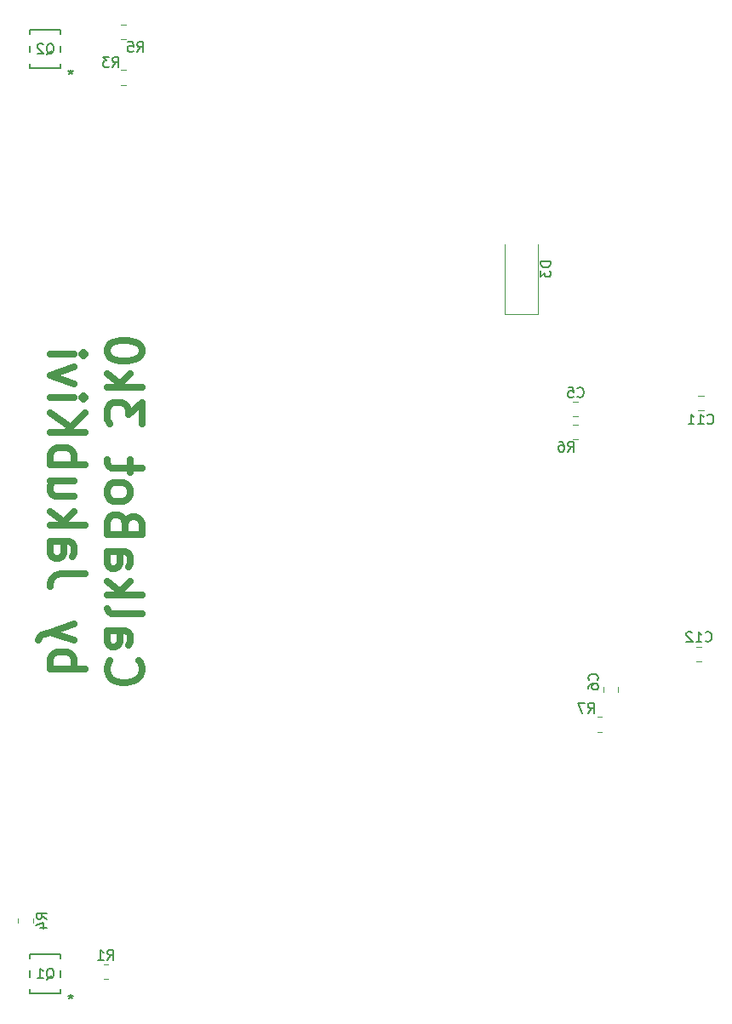
<source format=gbr>
%TF.GenerationSoftware,KiCad,Pcbnew,8.0.2*%
%TF.CreationDate,2024-10-27T19:27:45+01:00*%
%TF.ProjectId,CalkaBot_PCB,43616c6b-6142-46f7-945f-5043422e6b69,rev?*%
%TF.SameCoordinates,Original*%
%TF.FileFunction,Legend,Bot*%
%TF.FilePolarity,Positive*%
%FSLAX46Y46*%
G04 Gerber Fmt 4.6, Leading zero omitted, Abs format (unit mm)*
G04 Created by KiCad (PCBNEW 8.0.2) date 2024-10-27 19:27:45*
%MOMM*%
%LPD*%
G01*
G04 APERTURE LIST*
%ADD10C,0.700000*%
%ADD11C,0.150000*%
%ADD12C,0.152400*%
%ADD13C,0.120000*%
G04 APERTURE END LIST*
D10*
X30432869Y-82833332D02*
X30266203Y-82999999D01*
X30266203Y-82999999D02*
X30099536Y-83499999D01*
X30099536Y-83499999D02*
X30099536Y-83833332D01*
X30099536Y-83833332D02*
X30266203Y-84333332D01*
X30266203Y-84333332D02*
X30599536Y-84666666D01*
X30599536Y-84666666D02*
X30932869Y-84833332D01*
X30932869Y-84833332D02*
X31599536Y-84999999D01*
X31599536Y-84999999D02*
X32099536Y-84999999D01*
X32099536Y-84999999D02*
X32766203Y-84833332D01*
X32766203Y-84833332D02*
X33099536Y-84666666D01*
X33099536Y-84666666D02*
X33432869Y-84333332D01*
X33432869Y-84333332D02*
X33599536Y-83833332D01*
X33599536Y-83833332D02*
X33599536Y-83499999D01*
X33599536Y-83499999D02*
X33432869Y-82999999D01*
X33432869Y-82999999D02*
X33266203Y-82833332D01*
X30099536Y-79833332D02*
X31932869Y-79833332D01*
X31932869Y-79833332D02*
X32266203Y-79999999D01*
X32266203Y-79999999D02*
X32432869Y-80333332D01*
X32432869Y-80333332D02*
X32432869Y-80999999D01*
X32432869Y-80999999D02*
X32266203Y-81333332D01*
X30266203Y-79833332D02*
X30099536Y-80166666D01*
X30099536Y-80166666D02*
X30099536Y-80999999D01*
X30099536Y-80999999D02*
X30266203Y-81333332D01*
X30266203Y-81333332D02*
X30599536Y-81499999D01*
X30599536Y-81499999D02*
X30932869Y-81499999D01*
X30932869Y-81499999D02*
X31266203Y-81333332D01*
X31266203Y-81333332D02*
X31432869Y-80999999D01*
X31432869Y-80999999D02*
X31432869Y-80166666D01*
X31432869Y-80166666D02*
X31599536Y-79833332D01*
X30099536Y-77666665D02*
X30266203Y-77999999D01*
X30266203Y-77999999D02*
X30599536Y-78166665D01*
X30599536Y-78166665D02*
X33599536Y-78166665D01*
X30099536Y-76333332D02*
X33599536Y-76333332D01*
X31432869Y-75999999D02*
X30099536Y-74999999D01*
X32432869Y-74999999D02*
X31099536Y-76333332D01*
X30099536Y-71999999D02*
X31932869Y-71999999D01*
X31932869Y-71999999D02*
X32266203Y-72166666D01*
X32266203Y-72166666D02*
X32432869Y-72499999D01*
X32432869Y-72499999D02*
X32432869Y-73166666D01*
X32432869Y-73166666D02*
X32266203Y-73499999D01*
X30266203Y-71999999D02*
X30099536Y-72333333D01*
X30099536Y-72333333D02*
X30099536Y-73166666D01*
X30099536Y-73166666D02*
X30266203Y-73499999D01*
X30266203Y-73499999D02*
X30599536Y-73666666D01*
X30599536Y-73666666D02*
X30932869Y-73666666D01*
X30932869Y-73666666D02*
X31266203Y-73499999D01*
X31266203Y-73499999D02*
X31432869Y-73166666D01*
X31432869Y-73166666D02*
X31432869Y-72333333D01*
X31432869Y-72333333D02*
X31599536Y-71999999D01*
X31932869Y-69166666D02*
X31766203Y-68666666D01*
X31766203Y-68666666D02*
X31599536Y-68499999D01*
X31599536Y-68499999D02*
X31266203Y-68333332D01*
X31266203Y-68333332D02*
X30766203Y-68333332D01*
X30766203Y-68333332D02*
X30432869Y-68499999D01*
X30432869Y-68499999D02*
X30266203Y-68666666D01*
X30266203Y-68666666D02*
X30099536Y-68999999D01*
X30099536Y-68999999D02*
X30099536Y-70333332D01*
X30099536Y-70333332D02*
X33599536Y-70333332D01*
X33599536Y-70333332D02*
X33599536Y-69166666D01*
X33599536Y-69166666D02*
X33432869Y-68833332D01*
X33432869Y-68833332D02*
X33266203Y-68666666D01*
X33266203Y-68666666D02*
X32932869Y-68499999D01*
X32932869Y-68499999D02*
X32599536Y-68499999D01*
X32599536Y-68499999D02*
X32266203Y-68666666D01*
X32266203Y-68666666D02*
X32099536Y-68833332D01*
X32099536Y-68833332D02*
X31932869Y-69166666D01*
X31932869Y-69166666D02*
X31932869Y-70333332D01*
X30099536Y-66333332D02*
X30266203Y-66666666D01*
X30266203Y-66666666D02*
X30432869Y-66833332D01*
X30432869Y-66833332D02*
X30766203Y-66999999D01*
X30766203Y-66999999D02*
X31766203Y-66999999D01*
X31766203Y-66999999D02*
X32099536Y-66833332D01*
X32099536Y-66833332D02*
X32266203Y-66666666D01*
X32266203Y-66666666D02*
X32432869Y-66333332D01*
X32432869Y-66333332D02*
X32432869Y-65833332D01*
X32432869Y-65833332D02*
X32266203Y-65499999D01*
X32266203Y-65499999D02*
X32099536Y-65333332D01*
X32099536Y-65333332D02*
X31766203Y-65166666D01*
X31766203Y-65166666D02*
X30766203Y-65166666D01*
X30766203Y-65166666D02*
X30432869Y-65333332D01*
X30432869Y-65333332D02*
X30266203Y-65499999D01*
X30266203Y-65499999D02*
X30099536Y-65833332D01*
X30099536Y-65833332D02*
X30099536Y-66333332D01*
X32432869Y-64166665D02*
X32432869Y-62833332D01*
X33599536Y-63666665D02*
X30599536Y-63666665D01*
X30599536Y-63666665D02*
X30266203Y-63499999D01*
X30266203Y-63499999D02*
X30099536Y-63166665D01*
X30099536Y-63166665D02*
X30099536Y-62833332D01*
X33599536Y-59333332D02*
X33599536Y-57166665D01*
X33599536Y-57166665D02*
X32266203Y-58333332D01*
X32266203Y-58333332D02*
X32266203Y-57833332D01*
X32266203Y-57833332D02*
X32099536Y-57499998D01*
X32099536Y-57499998D02*
X31932869Y-57333332D01*
X31932869Y-57333332D02*
X31599536Y-57166665D01*
X31599536Y-57166665D02*
X30766203Y-57166665D01*
X30766203Y-57166665D02*
X30432869Y-57333332D01*
X30432869Y-57333332D02*
X30266203Y-57499998D01*
X30266203Y-57499998D02*
X30099536Y-57833332D01*
X30099536Y-57833332D02*
X30099536Y-58833332D01*
X30099536Y-58833332D02*
X30266203Y-59166665D01*
X30266203Y-59166665D02*
X30432869Y-59333332D01*
X30099536Y-55666665D02*
X33599536Y-55666665D01*
X31432869Y-55333332D02*
X30099536Y-54333332D01*
X32432869Y-54333332D02*
X31099536Y-55666665D01*
X33599536Y-52166666D02*
X33599536Y-51833332D01*
X33599536Y-51833332D02*
X33432869Y-51499999D01*
X33432869Y-51499999D02*
X33266203Y-51333332D01*
X33266203Y-51333332D02*
X32932869Y-51166666D01*
X32932869Y-51166666D02*
X32266203Y-50999999D01*
X32266203Y-50999999D02*
X31432869Y-50999999D01*
X31432869Y-50999999D02*
X30766203Y-51166666D01*
X30766203Y-51166666D02*
X30432869Y-51333332D01*
X30432869Y-51333332D02*
X30266203Y-51499999D01*
X30266203Y-51499999D02*
X30099536Y-51833332D01*
X30099536Y-51833332D02*
X30099536Y-52166666D01*
X30099536Y-52166666D02*
X30266203Y-52499999D01*
X30266203Y-52499999D02*
X30432869Y-52666666D01*
X30432869Y-52666666D02*
X30766203Y-52833332D01*
X30766203Y-52833332D02*
X31432869Y-52999999D01*
X31432869Y-52999999D02*
X32266203Y-52999999D01*
X32266203Y-52999999D02*
X32932869Y-52833332D01*
X32932869Y-52833332D02*
X33266203Y-52666666D01*
X33266203Y-52666666D02*
X33432869Y-52499999D01*
X33432869Y-52499999D02*
X33599536Y-52166666D01*
X24464732Y-83666667D02*
X27964732Y-83666667D01*
X26631399Y-83666667D02*
X26798065Y-83333334D01*
X26798065Y-83333334D02*
X26798065Y-82666667D01*
X26798065Y-82666667D02*
X26631399Y-82333334D01*
X26631399Y-82333334D02*
X26464732Y-82166667D01*
X26464732Y-82166667D02*
X26131399Y-82000001D01*
X26131399Y-82000001D02*
X25131399Y-82000001D01*
X25131399Y-82000001D02*
X24798065Y-82166667D01*
X24798065Y-82166667D02*
X24631399Y-82333334D01*
X24631399Y-82333334D02*
X24464732Y-82666667D01*
X24464732Y-82666667D02*
X24464732Y-83333334D01*
X24464732Y-83333334D02*
X24631399Y-83666667D01*
X26798065Y-80833334D02*
X24464732Y-80000000D01*
X26798065Y-79166667D02*
X24464732Y-80000000D01*
X24464732Y-80000000D02*
X23631399Y-80333334D01*
X23631399Y-80333334D02*
X23464732Y-80500000D01*
X23464732Y-80500000D02*
X23298065Y-80833334D01*
X27964732Y-74166666D02*
X25464732Y-74166666D01*
X25464732Y-74166666D02*
X24964732Y-74333333D01*
X24964732Y-74333333D02*
X24631399Y-74666666D01*
X24631399Y-74666666D02*
X24464732Y-75166666D01*
X24464732Y-75166666D02*
X24464732Y-75500000D01*
X24464732Y-70999999D02*
X26298065Y-70999999D01*
X26298065Y-70999999D02*
X26631399Y-71166666D01*
X26631399Y-71166666D02*
X26798065Y-71499999D01*
X26798065Y-71499999D02*
X26798065Y-72166666D01*
X26798065Y-72166666D02*
X26631399Y-72499999D01*
X24631399Y-70999999D02*
X24464732Y-71333333D01*
X24464732Y-71333333D02*
X24464732Y-72166666D01*
X24464732Y-72166666D02*
X24631399Y-72499999D01*
X24631399Y-72499999D02*
X24964732Y-72666666D01*
X24964732Y-72666666D02*
X25298065Y-72666666D01*
X25298065Y-72666666D02*
X25631399Y-72499999D01*
X25631399Y-72499999D02*
X25798065Y-72166666D01*
X25798065Y-72166666D02*
X25798065Y-71333333D01*
X25798065Y-71333333D02*
X25964732Y-70999999D01*
X24464732Y-69333332D02*
X27964732Y-69333332D01*
X25798065Y-68999999D02*
X24464732Y-67999999D01*
X26798065Y-67999999D02*
X25464732Y-69333332D01*
X26798065Y-64999999D02*
X24464732Y-64999999D01*
X26798065Y-66499999D02*
X24964732Y-66499999D01*
X24964732Y-66499999D02*
X24631399Y-66333333D01*
X24631399Y-66333333D02*
X24464732Y-65999999D01*
X24464732Y-65999999D02*
X24464732Y-65499999D01*
X24464732Y-65499999D02*
X24631399Y-65166666D01*
X24631399Y-65166666D02*
X24798065Y-64999999D01*
X24464732Y-63333332D02*
X27964732Y-63333332D01*
X26631399Y-63333332D02*
X26798065Y-62999999D01*
X26798065Y-62999999D02*
X26798065Y-62333332D01*
X26798065Y-62333332D02*
X26631399Y-61999999D01*
X26631399Y-61999999D02*
X26464732Y-61833332D01*
X26464732Y-61833332D02*
X26131399Y-61666666D01*
X26131399Y-61666666D02*
X25131399Y-61666666D01*
X25131399Y-61666666D02*
X24798065Y-61833332D01*
X24798065Y-61833332D02*
X24631399Y-61999999D01*
X24631399Y-61999999D02*
X24464732Y-62333332D01*
X24464732Y-62333332D02*
X24464732Y-62999999D01*
X24464732Y-62999999D02*
X24631399Y-63333332D01*
X24464732Y-60166665D02*
X27964732Y-60166665D01*
X24464732Y-58166665D02*
X26464732Y-59666665D01*
X27964732Y-58166665D02*
X25964732Y-60166665D01*
X24464732Y-56666665D02*
X26798065Y-56666665D01*
X27964732Y-56666665D02*
X27798065Y-56833332D01*
X27798065Y-56833332D02*
X27631399Y-56666665D01*
X27631399Y-56666665D02*
X27798065Y-56499999D01*
X27798065Y-56499999D02*
X27964732Y-56666665D01*
X27964732Y-56666665D02*
X27631399Y-56666665D01*
X26798065Y-55333332D02*
X24464732Y-54499998D01*
X24464732Y-54499998D02*
X26798065Y-53666665D01*
X24464732Y-52333331D02*
X26798065Y-52333331D01*
X27964732Y-52333331D02*
X27798065Y-52499998D01*
X27798065Y-52499998D02*
X27631399Y-52333331D01*
X27631399Y-52333331D02*
X27798065Y-52166665D01*
X27798065Y-52166665D02*
X27964732Y-52333331D01*
X27964732Y-52333331D02*
X27631399Y-52333331D01*
D11*
X24095238Y-22550057D02*
X24190476Y-22502438D01*
X24190476Y-22502438D02*
X24285714Y-22407200D01*
X24285714Y-22407200D02*
X24428571Y-22264342D01*
X24428571Y-22264342D02*
X24523809Y-22216723D01*
X24523809Y-22216723D02*
X24619047Y-22216723D01*
X24571428Y-22454819D02*
X24666666Y-22407200D01*
X24666666Y-22407200D02*
X24761904Y-22311961D01*
X24761904Y-22311961D02*
X24809523Y-22121485D01*
X24809523Y-22121485D02*
X24809523Y-21788152D01*
X24809523Y-21788152D02*
X24761904Y-21597676D01*
X24761904Y-21597676D02*
X24666666Y-21502438D01*
X24666666Y-21502438D02*
X24571428Y-21454819D01*
X24571428Y-21454819D02*
X24380952Y-21454819D01*
X24380952Y-21454819D02*
X24285714Y-21502438D01*
X24285714Y-21502438D02*
X24190476Y-21597676D01*
X24190476Y-21597676D02*
X24142857Y-21788152D01*
X24142857Y-21788152D02*
X24142857Y-22121485D01*
X24142857Y-22121485D02*
X24190476Y-22311961D01*
X24190476Y-22311961D02*
X24285714Y-22407200D01*
X24285714Y-22407200D02*
X24380952Y-22454819D01*
X24380952Y-22454819D02*
X24571428Y-22454819D01*
X23761904Y-21550057D02*
X23714285Y-21502438D01*
X23714285Y-21502438D02*
X23619047Y-21454819D01*
X23619047Y-21454819D02*
X23380952Y-21454819D01*
X23380952Y-21454819D02*
X23285714Y-21502438D01*
X23285714Y-21502438D02*
X23238095Y-21550057D01*
X23238095Y-21550057D02*
X23190476Y-21645295D01*
X23190476Y-21645295D02*
X23190476Y-21740533D01*
X23190476Y-21740533D02*
X23238095Y-21883390D01*
X23238095Y-21883390D02*
X23809523Y-22454819D01*
X23809523Y-22454819D02*
X23190476Y-22454819D01*
X26501899Y-24058319D02*
X26501899Y-24296414D01*
X26739994Y-24201176D02*
X26501899Y-24296414D01*
X26501899Y-24296414D02*
X26263804Y-24201176D01*
X26644756Y-24486890D02*
X26501899Y-24296414D01*
X26501899Y-24296414D02*
X26359042Y-24486890D01*
X26501899Y-24058319D02*
X26501899Y-24296414D01*
X26739994Y-24201176D02*
X26501899Y-24296414D01*
X26501899Y-24296414D02*
X26263804Y-24201176D01*
X26644756Y-24486890D02*
X26501899Y-24296414D01*
X26501899Y-24296414D02*
X26359042Y-24486890D01*
X33116666Y-22304819D02*
X33449999Y-21828628D01*
X33688094Y-22304819D02*
X33688094Y-21304819D01*
X33688094Y-21304819D02*
X33307142Y-21304819D01*
X33307142Y-21304819D02*
X33211904Y-21352438D01*
X33211904Y-21352438D02*
X33164285Y-21400057D01*
X33164285Y-21400057D02*
X33116666Y-21495295D01*
X33116666Y-21495295D02*
X33116666Y-21638152D01*
X33116666Y-21638152D02*
X33164285Y-21733390D01*
X33164285Y-21733390D02*
X33211904Y-21781009D01*
X33211904Y-21781009D02*
X33307142Y-21828628D01*
X33307142Y-21828628D02*
X33688094Y-21828628D01*
X32211904Y-21304819D02*
X32688094Y-21304819D01*
X32688094Y-21304819D02*
X32735713Y-21781009D01*
X32735713Y-21781009D02*
X32688094Y-21733390D01*
X32688094Y-21733390D02*
X32592856Y-21685771D01*
X32592856Y-21685771D02*
X32354761Y-21685771D01*
X32354761Y-21685771D02*
X32259523Y-21733390D01*
X32259523Y-21733390D02*
X32211904Y-21781009D01*
X32211904Y-21781009D02*
X32164285Y-21876247D01*
X32164285Y-21876247D02*
X32164285Y-22114342D01*
X32164285Y-22114342D02*
X32211904Y-22209580D01*
X32211904Y-22209580D02*
X32259523Y-22257200D01*
X32259523Y-22257200D02*
X32354761Y-22304819D01*
X32354761Y-22304819D02*
X32592856Y-22304819D01*
X32592856Y-22304819D02*
X32688094Y-22257200D01*
X32688094Y-22257200D02*
X32735713Y-22209580D01*
X24104819Y-108533333D02*
X23628628Y-108200000D01*
X24104819Y-107961905D02*
X23104819Y-107961905D01*
X23104819Y-107961905D02*
X23104819Y-108342857D01*
X23104819Y-108342857D02*
X23152438Y-108438095D01*
X23152438Y-108438095D02*
X23200057Y-108485714D01*
X23200057Y-108485714D02*
X23295295Y-108533333D01*
X23295295Y-108533333D02*
X23438152Y-108533333D01*
X23438152Y-108533333D02*
X23533390Y-108485714D01*
X23533390Y-108485714D02*
X23581009Y-108438095D01*
X23581009Y-108438095D02*
X23628628Y-108342857D01*
X23628628Y-108342857D02*
X23628628Y-107961905D01*
X23438152Y-109390476D02*
X24104819Y-109390476D01*
X23057200Y-109152381D02*
X23771485Y-108914286D01*
X23771485Y-108914286D02*
X23771485Y-109533333D01*
X30666666Y-23804819D02*
X30999999Y-23328628D01*
X31238094Y-23804819D02*
X31238094Y-22804819D01*
X31238094Y-22804819D02*
X30857142Y-22804819D01*
X30857142Y-22804819D02*
X30761904Y-22852438D01*
X30761904Y-22852438D02*
X30714285Y-22900057D01*
X30714285Y-22900057D02*
X30666666Y-22995295D01*
X30666666Y-22995295D02*
X30666666Y-23138152D01*
X30666666Y-23138152D02*
X30714285Y-23233390D01*
X30714285Y-23233390D02*
X30761904Y-23281009D01*
X30761904Y-23281009D02*
X30857142Y-23328628D01*
X30857142Y-23328628D02*
X31238094Y-23328628D01*
X30333332Y-22804819D02*
X29714285Y-22804819D01*
X29714285Y-22804819D02*
X30047618Y-23185771D01*
X30047618Y-23185771D02*
X29904761Y-23185771D01*
X29904761Y-23185771D02*
X29809523Y-23233390D01*
X29809523Y-23233390D02*
X29761904Y-23281009D01*
X29761904Y-23281009D02*
X29714285Y-23376247D01*
X29714285Y-23376247D02*
X29714285Y-23614342D01*
X29714285Y-23614342D02*
X29761904Y-23709580D01*
X29761904Y-23709580D02*
X29809523Y-23757200D01*
X29809523Y-23757200D02*
X29904761Y-23804819D01*
X29904761Y-23804819D02*
X30190475Y-23804819D01*
X30190475Y-23804819D02*
X30285713Y-23757200D01*
X30285713Y-23757200D02*
X30333332Y-23709580D01*
X30166666Y-112604819D02*
X30499999Y-112128628D01*
X30738094Y-112604819D02*
X30738094Y-111604819D01*
X30738094Y-111604819D02*
X30357142Y-111604819D01*
X30357142Y-111604819D02*
X30261904Y-111652438D01*
X30261904Y-111652438D02*
X30214285Y-111700057D01*
X30214285Y-111700057D02*
X30166666Y-111795295D01*
X30166666Y-111795295D02*
X30166666Y-111938152D01*
X30166666Y-111938152D02*
X30214285Y-112033390D01*
X30214285Y-112033390D02*
X30261904Y-112081009D01*
X30261904Y-112081009D02*
X30357142Y-112128628D01*
X30357142Y-112128628D02*
X30738094Y-112128628D01*
X29214285Y-112604819D02*
X29785713Y-112604819D01*
X29499999Y-112604819D02*
X29499999Y-111604819D01*
X29499999Y-111604819D02*
X29595237Y-111747676D01*
X29595237Y-111747676D02*
X29690475Y-111842914D01*
X29690475Y-111842914D02*
X29785713Y-111890533D01*
X24095238Y-114550057D02*
X24190476Y-114502438D01*
X24190476Y-114502438D02*
X24285714Y-114407200D01*
X24285714Y-114407200D02*
X24428571Y-114264342D01*
X24428571Y-114264342D02*
X24523809Y-114216723D01*
X24523809Y-114216723D02*
X24619047Y-114216723D01*
X24571428Y-114454819D02*
X24666666Y-114407200D01*
X24666666Y-114407200D02*
X24761904Y-114311961D01*
X24761904Y-114311961D02*
X24809523Y-114121485D01*
X24809523Y-114121485D02*
X24809523Y-113788152D01*
X24809523Y-113788152D02*
X24761904Y-113597676D01*
X24761904Y-113597676D02*
X24666666Y-113502438D01*
X24666666Y-113502438D02*
X24571428Y-113454819D01*
X24571428Y-113454819D02*
X24380952Y-113454819D01*
X24380952Y-113454819D02*
X24285714Y-113502438D01*
X24285714Y-113502438D02*
X24190476Y-113597676D01*
X24190476Y-113597676D02*
X24142857Y-113788152D01*
X24142857Y-113788152D02*
X24142857Y-114121485D01*
X24142857Y-114121485D02*
X24190476Y-114311961D01*
X24190476Y-114311961D02*
X24285714Y-114407200D01*
X24285714Y-114407200D02*
X24380952Y-114454819D01*
X24380952Y-114454819D02*
X24571428Y-114454819D01*
X23190476Y-114454819D02*
X23761904Y-114454819D01*
X23476190Y-114454819D02*
X23476190Y-113454819D01*
X23476190Y-113454819D02*
X23571428Y-113597676D01*
X23571428Y-113597676D02*
X23666666Y-113692914D01*
X23666666Y-113692914D02*
X23761904Y-113740533D01*
X26501899Y-116058319D02*
X26501899Y-116296414D01*
X26739994Y-116201176D02*
X26501899Y-116296414D01*
X26501899Y-116296414D02*
X26263804Y-116201176D01*
X26644756Y-116486890D02*
X26501899Y-116296414D01*
X26501899Y-116296414D02*
X26359042Y-116486890D01*
X26501899Y-116058319D02*
X26501899Y-116296414D01*
X26739994Y-116201176D02*
X26501899Y-116296414D01*
X26501899Y-116296414D02*
X26263804Y-116201176D01*
X26644756Y-116486890D02*
X26501899Y-116296414D01*
X26501899Y-116296414D02*
X26359042Y-116486890D01*
X77966666Y-88054819D02*
X78299999Y-87578628D01*
X78538094Y-88054819D02*
X78538094Y-87054819D01*
X78538094Y-87054819D02*
X78157142Y-87054819D01*
X78157142Y-87054819D02*
X78061904Y-87102438D01*
X78061904Y-87102438D02*
X78014285Y-87150057D01*
X78014285Y-87150057D02*
X77966666Y-87245295D01*
X77966666Y-87245295D02*
X77966666Y-87388152D01*
X77966666Y-87388152D02*
X78014285Y-87483390D01*
X78014285Y-87483390D02*
X78061904Y-87531009D01*
X78061904Y-87531009D02*
X78157142Y-87578628D01*
X78157142Y-87578628D02*
X78538094Y-87578628D01*
X77633332Y-87054819D02*
X76966666Y-87054819D01*
X76966666Y-87054819D02*
X77395237Y-88054819D01*
X75966666Y-62054819D02*
X76299999Y-61578628D01*
X76538094Y-62054819D02*
X76538094Y-61054819D01*
X76538094Y-61054819D02*
X76157142Y-61054819D01*
X76157142Y-61054819D02*
X76061904Y-61102438D01*
X76061904Y-61102438D02*
X76014285Y-61150057D01*
X76014285Y-61150057D02*
X75966666Y-61245295D01*
X75966666Y-61245295D02*
X75966666Y-61388152D01*
X75966666Y-61388152D02*
X76014285Y-61483390D01*
X76014285Y-61483390D02*
X76061904Y-61531009D01*
X76061904Y-61531009D02*
X76157142Y-61578628D01*
X76157142Y-61578628D02*
X76538094Y-61578628D01*
X75109523Y-61054819D02*
X75299999Y-61054819D01*
X75299999Y-61054819D02*
X75395237Y-61102438D01*
X75395237Y-61102438D02*
X75442856Y-61150057D01*
X75442856Y-61150057D02*
X75538094Y-61292914D01*
X75538094Y-61292914D02*
X75585713Y-61483390D01*
X75585713Y-61483390D02*
X75585713Y-61864342D01*
X75585713Y-61864342D02*
X75538094Y-61959580D01*
X75538094Y-61959580D02*
X75490475Y-62007200D01*
X75490475Y-62007200D02*
X75395237Y-62054819D01*
X75395237Y-62054819D02*
X75204761Y-62054819D01*
X75204761Y-62054819D02*
X75109523Y-62007200D01*
X75109523Y-62007200D02*
X75061904Y-61959580D01*
X75061904Y-61959580D02*
X75014285Y-61864342D01*
X75014285Y-61864342D02*
X75014285Y-61626247D01*
X75014285Y-61626247D02*
X75061904Y-61531009D01*
X75061904Y-61531009D02*
X75109523Y-61483390D01*
X75109523Y-61483390D02*
X75204761Y-61435771D01*
X75204761Y-61435771D02*
X75395237Y-61435771D01*
X75395237Y-61435771D02*
X75490475Y-61483390D01*
X75490475Y-61483390D02*
X75538094Y-61531009D01*
X75538094Y-61531009D02*
X75585713Y-61626247D01*
X78879580Y-84783333D02*
X78927200Y-84735714D01*
X78927200Y-84735714D02*
X78974819Y-84592857D01*
X78974819Y-84592857D02*
X78974819Y-84497619D01*
X78974819Y-84497619D02*
X78927200Y-84354762D01*
X78927200Y-84354762D02*
X78831961Y-84259524D01*
X78831961Y-84259524D02*
X78736723Y-84211905D01*
X78736723Y-84211905D02*
X78546247Y-84164286D01*
X78546247Y-84164286D02*
X78403390Y-84164286D01*
X78403390Y-84164286D02*
X78212914Y-84211905D01*
X78212914Y-84211905D02*
X78117676Y-84259524D01*
X78117676Y-84259524D02*
X78022438Y-84354762D01*
X78022438Y-84354762D02*
X77974819Y-84497619D01*
X77974819Y-84497619D02*
X77974819Y-84592857D01*
X77974819Y-84592857D02*
X78022438Y-84735714D01*
X78022438Y-84735714D02*
X78070057Y-84783333D01*
X77974819Y-85640476D02*
X77974819Y-85450000D01*
X77974819Y-85450000D02*
X78022438Y-85354762D01*
X78022438Y-85354762D02*
X78070057Y-85307143D01*
X78070057Y-85307143D02*
X78212914Y-85211905D01*
X78212914Y-85211905D02*
X78403390Y-85164286D01*
X78403390Y-85164286D02*
X78784342Y-85164286D01*
X78784342Y-85164286D02*
X78879580Y-85211905D01*
X78879580Y-85211905D02*
X78927200Y-85259524D01*
X78927200Y-85259524D02*
X78974819Y-85354762D01*
X78974819Y-85354762D02*
X78974819Y-85545238D01*
X78974819Y-85545238D02*
X78927200Y-85640476D01*
X78927200Y-85640476D02*
X78879580Y-85688095D01*
X78879580Y-85688095D02*
X78784342Y-85735714D01*
X78784342Y-85735714D02*
X78546247Y-85735714D01*
X78546247Y-85735714D02*
X78451009Y-85688095D01*
X78451009Y-85688095D02*
X78403390Y-85640476D01*
X78403390Y-85640476D02*
X78355771Y-85545238D01*
X78355771Y-85545238D02*
X78355771Y-85354762D01*
X78355771Y-85354762D02*
X78403390Y-85259524D01*
X78403390Y-85259524D02*
X78451009Y-85211905D01*
X78451009Y-85211905D02*
X78546247Y-85164286D01*
X76916666Y-56559580D02*
X76964285Y-56607200D01*
X76964285Y-56607200D02*
X77107142Y-56654819D01*
X77107142Y-56654819D02*
X77202380Y-56654819D01*
X77202380Y-56654819D02*
X77345237Y-56607200D01*
X77345237Y-56607200D02*
X77440475Y-56511961D01*
X77440475Y-56511961D02*
X77488094Y-56416723D01*
X77488094Y-56416723D02*
X77535713Y-56226247D01*
X77535713Y-56226247D02*
X77535713Y-56083390D01*
X77535713Y-56083390D02*
X77488094Y-55892914D01*
X77488094Y-55892914D02*
X77440475Y-55797676D01*
X77440475Y-55797676D02*
X77345237Y-55702438D01*
X77345237Y-55702438D02*
X77202380Y-55654819D01*
X77202380Y-55654819D02*
X77107142Y-55654819D01*
X77107142Y-55654819D02*
X76964285Y-55702438D01*
X76964285Y-55702438D02*
X76916666Y-55750057D01*
X76011904Y-55654819D02*
X76488094Y-55654819D01*
X76488094Y-55654819D02*
X76535713Y-56131009D01*
X76535713Y-56131009D02*
X76488094Y-56083390D01*
X76488094Y-56083390D02*
X76392856Y-56035771D01*
X76392856Y-56035771D02*
X76154761Y-56035771D01*
X76154761Y-56035771D02*
X76059523Y-56083390D01*
X76059523Y-56083390D02*
X76011904Y-56131009D01*
X76011904Y-56131009D02*
X75964285Y-56226247D01*
X75964285Y-56226247D02*
X75964285Y-56464342D01*
X75964285Y-56464342D02*
X76011904Y-56559580D01*
X76011904Y-56559580D02*
X76059523Y-56607200D01*
X76059523Y-56607200D02*
X76154761Y-56654819D01*
X76154761Y-56654819D02*
X76392856Y-56654819D01*
X76392856Y-56654819D02*
X76488094Y-56607200D01*
X76488094Y-56607200D02*
X76535713Y-56559580D01*
X89842857Y-59239580D02*
X89890476Y-59287200D01*
X89890476Y-59287200D02*
X90033333Y-59334819D01*
X90033333Y-59334819D02*
X90128571Y-59334819D01*
X90128571Y-59334819D02*
X90271428Y-59287200D01*
X90271428Y-59287200D02*
X90366666Y-59191961D01*
X90366666Y-59191961D02*
X90414285Y-59096723D01*
X90414285Y-59096723D02*
X90461904Y-58906247D01*
X90461904Y-58906247D02*
X90461904Y-58763390D01*
X90461904Y-58763390D02*
X90414285Y-58572914D01*
X90414285Y-58572914D02*
X90366666Y-58477676D01*
X90366666Y-58477676D02*
X90271428Y-58382438D01*
X90271428Y-58382438D02*
X90128571Y-58334819D01*
X90128571Y-58334819D02*
X90033333Y-58334819D01*
X90033333Y-58334819D02*
X89890476Y-58382438D01*
X89890476Y-58382438D02*
X89842857Y-58430057D01*
X88890476Y-59334819D02*
X89461904Y-59334819D01*
X89176190Y-59334819D02*
X89176190Y-58334819D01*
X89176190Y-58334819D02*
X89271428Y-58477676D01*
X89271428Y-58477676D02*
X89366666Y-58572914D01*
X89366666Y-58572914D02*
X89461904Y-58620533D01*
X87938095Y-59334819D02*
X88509523Y-59334819D01*
X88223809Y-59334819D02*
X88223809Y-58334819D01*
X88223809Y-58334819D02*
X88319047Y-58477676D01*
X88319047Y-58477676D02*
X88414285Y-58572914D01*
X88414285Y-58572914D02*
X88509523Y-58620533D01*
X89642857Y-80879580D02*
X89690476Y-80927200D01*
X89690476Y-80927200D02*
X89833333Y-80974819D01*
X89833333Y-80974819D02*
X89928571Y-80974819D01*
X89928571Y-80974819D02*
X90071428Y-80927200D01*
X90071428Y-80927200D02*
X90166666Y-80831961D01*
X90166666Y-80831961D02*
X90214285Y-80736723D01*
X90214285Y-80736723D02*
X90261904Y-80546247D01*
X90261904Y-80546247D02*
X90261904Y-80403390D01*
X90261904Y-80403390D02*
X90214285Y-80212914D01*
X90214285Y-80212914D02*
X90166666Y-80117676D01*
X90166666Y-80117676D02*
X90071428Y-80022438D01*
X90071428Y-80022438D02*
X89928571Y-79974819D01*
X89928571Y-79974819D02*
X89833333Y-79974819D01*
X89833333Y-79974819D02*
X89690476Y-80022438D01*
X89690476Y-80022438D02*
X89642857Y-80070057D01*
X88690476Y-80974819D02*
X89261904Y-80974819D01*
X88976190Y-80974819D02*
X88976190Y-79974819D01*
X88976190Y-79974819D02*
X89071428Y-80117676D01*
X89071428Y-80117676D02*
X89166666Y-80212914D01*
X89166666Y-80212914D02*
X89261904Y-80260533D01*
X88309523Y-80070057D02*
X88261904Y-80022438D01*
X88261904Y-80022438D02*
X88166666Y-79974819D01*
X88166666Y-79974819D02*
X87928571Y-79974819D01*
X87928571Y-79974819D02*
X87833333Y-80022438D01*
X87833333Y-80022438D02*
X87785714Y-80070057D01*
X87785714Y-80070057D02*
X87738095Y-80165295D01*
X87738095Y-80165295D02*
X87738095Y-80260533D01*
X87738095Y-80260533D02*
X87785714Y-80403390D01*
X87785714Y-80403390D02*
X88357142Y-80974819D01*
X88357142Y-80974819D02*
X87738095Y-80974819D01*
X74254819Y-43161905D02*
X73254819Y-43161905D01*
X73254819Y-43161905D02*
X73254819Y-43400000D01*
X73254819Y-43400000D02*
X73302438Y-43542857D01*
X73302438Y-43542857D02*
X73397676Y-43638095D01*
X73397676Y-43638095D02*
X73492914Y-43685714D01*
X73492914Y-43685714D02*
X73683390Y-43733333D01*
X73683390Y-43733333D02*
X73826247Y-43733333D01*
X73826247Y-43733333D02*
X74016723Y-43685714D01*
X74016723Y-43685714D02*
X74111961Y-43638095D01*
X74111961Y-43638095D02*
X74207200Y-43542857D01*
X74207200Y-43542857D02*
X74254819Y-43400000D01*
X74254819Y-43400000D02*
X74254819Y-43161905D01*
X73254819Y-44066667D02*
X73254819Y-44685714D01*
X73254819Y-44685714D02*
X73635771Y-44352381D01*
X73635771Y-44352381D02*
X73635771Y-44495238D01*
X73635771Y-44495238D02*
X73683390Y-44590476D01*
X73683390Y-44590476D02*
X73731009Y-44638095D01*
X73731009Y-44638095D02*
X73826247Y-44685714D01*
X73826247Y-44685714D02*
X74064342Y-44685714D01*
X74064342Y-44685714D02*
X74159580Y-44638095D01*
X74159580Y-44638095D02*
X74207200Y-44590476D01*
X74207200Y-44590476D02*
X74254819Y-44495238D01*
X74254819Y-44495238D02*
X74254819Y-44209524D01*
X74254819Y-44209524D02*
X74207200Y-44114286D01*
X74207200Y-44114286D02*
X74159580Y-44066667D01*
D12*
%TO.C,Q2*%
X25524000Y-20506408D02*
X25524000Y-20069600D01*
X25524000Y-22309808D02*
X25524000Y-21690192D01*
X25524000Y-23930400D02*
X25524000Y-23493592D01*
X22476000Y-23930400D02*
X25524000Y-23930400D01*
X25524000Y-20069600D02*
X22476000Y-20069600D01*
X22476000Y-20069600D02*
X22476000Y-20506408D01*
X22476000Y-21690192D02*
X22476000Y-22309808D01*
X22476000Y-23493592D02*
X22476000Y-23930400D01*
D13*
%TO.C,R5*%
X31977064Y-19565000D02*
X31522936Y-19565000D01*
X31977064Y-21035000D02*
X31522936Y-21035000D01*
%TO.C,R4*%
X22735000Y-108472936D02*
X22735000Y-108927064D01*
X21265000Y-108472936D02*
X21265000Y-108927064D01*
%TO.C,R3*%
X31522936Y-25585000D02*
X31977064Y-25585000D01*
X31522936Y-24115000D02*
X31977064Y-24115000D01*
%TO.C,R1*%
X29772936Y-113065000D02*
X30227064Y-113065000D01*
X29772936Y-114535000D02*
X30227064Y-114535000D01*
D12*
%TO.C,Q1*%
X25524000Y-112506408D02*
X25524000Y-112069600D01*
X25524000Y-114309808D02*
X25524000Y-113690192D01*
X25524000Y-115930400D02*
X25524000Y-115493592D01*
X22476000Y-115930400D02*
X25524000Y-115930400D01*
X25524000Y-112069600D02*
X22476000Y-112069600D01*
X22476000Y-112069600D02*
X22476000Y-112506408D01*
X22476000Y-113690192D02*
X22476000Y-114309808D01*
X22476000Y-115493592D02*
X22476000Y-115930400D01*
D13*
%TO.C,R7*%
X78872936Y-89935000D02*
X79327064Y-89935000D01*
X78872936Y-88465000D02*
X79327064Y-88465000D01*
%TO.C,R6*%
X76472936Y-60835000D02*
X76927064Y-60835000D01*
X76472936Y-59365000D02*
X76927064Y-59365000D01*
%TO.C,C6*%
X80935000Y-85961252D02*
X80935000Y-85438748D01*
X79465000Y-85961252D02*
X79465000Y-85438748D01*
%TO.C,C5*%
X76961252Y-57065000D02*
X76438748Y-57065000D01*
X76961252Y-58535000D02*
X76438748Y-58535000D01*
%TO.C,C11*%
X89461252Y-56465000D02*
X88938748Y-56465000D01*
X89461252Y-57935000D02*
X88938748Y-57935000D01*
%TO.C,C12*%
X88738748Y-81465000D02*
X89261252Y-81465000D01*
X88738748Y-82935000D02*
X89261252Y-82935000D01*
%TO.C,D3*%
X69650000Y-41400000D02*
X69650000Y-48410000D01*
X69650000Y-48410000D02*
X72950000Y-48410000D01*
X72950000Y-41400000D02*
X72950000Y-48410000D01*
%TD*%
M02*

</source>
